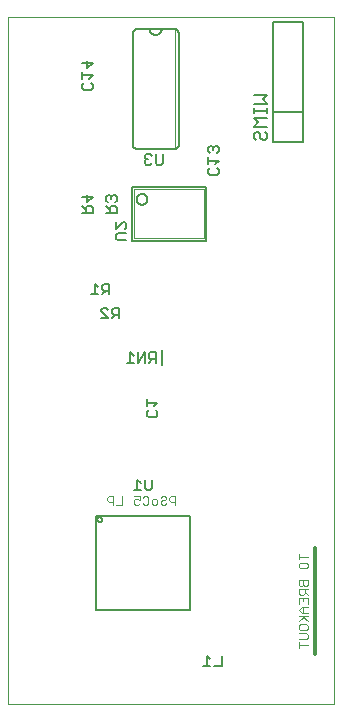
<source format=gbo>
G75*
%MOIN*%
%OFA0B0*%
%FSLAX25Y25*%
%IPPOS*%
%LPD*%
%AMOC8*
5,1,8,0,0,1.08239X$1,22.5*
%
%ADD10C,0.00000*%
%ADD11C,0.00500*%
%ADD12C,0.00400*%
%ADD13C,0.01200*%
%ADD14C,0.00300*%
%ADD15C,0.00600*%
%ADD16C,0.00200*%
%ADD17R,0.00394X0.05512*%
%ADD18R,0.00787X0.05512*%
%ADD19R,0.00787X0.00394*%
D10*
X0002450Y0037800D02*
X0002450Y0266800D01*
X0111050Y0266800D01*
X0111050Y0037800D01*
X0002450Y0037800D01*
D11*
X0031702Y0069052D02*
X0063198Y0069052D01*
X0063198Y0100548D01*
X0031702Y0100548D01*
X0031702Y0069052D01*
X0032150Y0099300D02*
X0032152Y0099356D01*
X0032158Y0099413D01*
X0032168Y0099468D01*
X0032182Y0099523D01*
X0032199Y0099577D01*
X0032221Y0099629D01*
X0032246Y0099679D01*
X0032274Y0099728D01*
X0032306Y0099775D01*
X0032341Y0099819D01*
X0032379Y0099861D01*
X0032420Y0099900D01*
X0032464Y0099935D01*
X0032510Y0099968D01*
X0032558Y0099997D01*
X0032608Y0100023D01*
X0032660Y0100046D01*
X0032714Y0100064D01*
X0032768Y0100079D01*
X0032823Y0100090D01*
X0032879Y0100097D01*
X0032936Y0100100D01*
X0032992Y0100099D01*
X0033049Y0100094D01*
X0033104Y0100085D01*
X0033159Y0100072D01*
X0033213Y0100055D01*
X0033266Y0100035D01*
X0033317Y0100011D01*
X0033366Y0099983D01*
X0033413Y0099952D01*
X0033458Y0099918D01*
X0033501Y0099880D01*
X0033540Y0099840D01*
X0033577Y0099797D01*
X0033610Y0099752D01*
X0033640Y0099704D01*
X0033667Y0099654D01*
X0033690Y0099603D01*
X0033710Y0099550D01*
X0033726Y0099496D01*
X0033738Y0099440D01*
X0033746Y0099385D01*
X0033750Y0099328D01*
X0033750Y0099272D01*
X0033746Y0099215D01*
X0033738Y0099160D01*
X0033726Y0099104D01*
X0033710Y0099050D01*
X0033690Y0098997D01*
X0033667Y0098946D01*
X0033640Y0098896D01*
X0033610Y0098848D01*
X0033577Y0098803D01*
X0033540Y0098760D01*
X0033501Y0098720D01*
X0033458Y0098682D01*
X0033413Y0098648D01*
X0033366Y0098617D01*
X0033317Y0098589D01*
X0033266Y0098565D01*
X0033213Y0098545D01*
X0033159Y0098528D01*
X0033104Y0098515D01*
X0033049Y0098506D01*
X0032992Y0098501D01*
X0032936Y0098500D01*
X0032879Y0098503D01*
X0032823Y0098510D01*
X0032768Y0098521D01*
X0032714Y0098536D01*
X0032660Y0098554D01*
X0032608Y0098577D01*
X0032558Y0098603D01*
X0032510Y0098632D01*
X0032464Y0098665D01*
X0032420Y0098700D01*
X0032379Y0098739D01*
X0032341Y0098781D01*
X0032306Y0098825D01*
X0032274Y0098872D01*
X0032246Y0098921D01*
X0032221Y0098971D01*
X0032199Y0099023D01*
X0032182Y0099077D01*
X0032168Y0099132D01*
X0032158Y0099187D01*
X0032152Y0099244D01*
X0032150Y0099300D01*
X0044382Y0109050D02*
X0046717Y0109050D01*
X0045549Y0109050D02*
X0045549Y0112553D01*
X0046717Y0111385D01*
X0048065Y0112553D02*
X0048065Y0109634D01*
X0048649Y0109050D01*
X0049816Y0109050D01*
X0050400Y0109634D01*
X0050400Y0112553D01*
X0049284Y0133284D02*
X0048700Y0133868D01*
X0048700Y0135035D01*
X0049284Y0135619D01*
X0048700Y0136967D02*
X0048700Y0139302D01*
X0048700Y0138135D02*
X0052203Y0138135D01*
X0051035Y0136967D01*
X0051619Y0135619D02*
X0052203Y0135035D01*
X0052203Y0133868D01*
X0051619Y0133284D01*
X0049284Y0133284D01*
X0049314Y0151450D02*
X0050482Y0152618D01*
X0049898Y0152618D02*
X0049314Y0153201D01*
X0049314Y0154369D01*
X0049898Y0154953D01*
X0051649Y0154953D01*
X0051649Y0151450D01*
X0051649Y0152618D02*
X0049898Y0152618D01*
X0047966Y0151450D02*
X0047966Y0154953D01*
X0045631Y0151450D01*
X0045631Y0154953D01*
X0044283Y0153785D02*
X0043115Y0154953D01*
X0043115Y0151450D01*
X0041948Y0151450D02*
X0044283Y0151450D01*
X0039400Y0166250D02*
X0039400Y0169753D01*
X0037649Y0169753D01*
X0037065Y0169169D01*
X0037065Y0168001D01*
X0037649Y0167418D01*
X0039400Y0167418D01*
X0038232Y0167418D02*
X0037065Y0166250D01*
X0035717Y0166250D02*
X0033382Y0168585D01*
X0033382Y0169169D01*
X0033965Y0169753D01*
X0035133Y0169753D01*
X0035717Y0169169D01*
X0035717Y0166250D02*
X0033382Y0166250D01*
X0033865Y0174250D02*
X0035032Y0175418D01*
X0034449Y0175418D02*
X0036200Y0175418D01*
X0036200Y0174250D02*
X0036200Y0177753D01*
X0034449Y0177753D01*
X0033865Y0177169D01*
X0033865Y0176001D01*
X0034449Y0175418D01*
X0032517Y0176585D02*
X0031349Y0177753D01*
X0031349Y0174250D01*
X0030182Y0174250D02*
X0032517Y0174250D01*
X0038925Y0192284D02*
X0038341Y0192868D01*
X0038341Y0194035D01*
X0038925Y0194619D01*
X0041844Y0194619D01*
X0041260Y0195967D02*
X0041844Y0196551D01*
X0041844Y0197718D01*
X0041260Y0198302D01*
X0040676Y0198302D01*
X0038341Y0195967D01*
X0038341Y0198302D01*
X0038603Y0201284D02*
X0038603Y0203035D01*
X0038019Y0203619D01*
X0036851Y0203619D01*
X0036268Y0203035D01*
X0036268Y0201284D01*
X0036268Y0202451D02*
X0035100Y0203619D01*
X0035684Y0204967D02*
X0035100Y0205551D01*
X0035100Y0206718D01*
X0035684Y0207302D01*
X0036268Y0207302D01*
X0036851Y0206718D01*
X0036851Y0206135D01*
X0036851Y0206718D02*
X0037435Y0207302D01*
X0038019Y0207302D01*
X0038603Y0206718D01*
X0038603Y0205551D01*
X0038019Y0204967D01*
X0038603Y0201284D02*
X0035100Y0201284D01*
X0030603Y0201284D02*
X0030603Y0203035D01*
X0030019Y0203619D01*
X0028851Y0203619D01*
X0028268Y0203035D01*
X0028268Y0201284D01*
X0028268Y0202451D02*
X0027100Y0203619D01*
X0028851Y0204967D02*
X0028851Y0207302D01*
X0027100Y0206718D02*
X0030603Y0206718D01*
X0028851Y0204967D01*
X0027100Y0201284D02*
X0030603Y0201284D01*
X0038925Y0192284D02*
X0041844Y0192284D01*
X0048532Y0217550D02*
X0047948Y0218134D01*
X0047948Y0218718D01*
X0048532Y0219301D01*
X0049115Y0219301D01*
X0048532Y0219301D02*
X0047948Y0219885D01*
X0047948Y0220469D01*
X0048532Y0221053D01*
X0049699Y0221053D01*
X0050283Y0220469D01*
X0050283Y0218134D02*
X0049699Y0217550D01*
X0048532Y0217550D01*
X0051631Y0218134D02*
X0051631Y0221053D01*
X0051631Y0218134D02*
X0052215Y0217550D01*
X0053382Y0217550D01*
X0053966Y0218134D01*
X0053966Y0221053D01*
X0069100Y0221951D02*
X0069684Y0221367D01*
X0069100Y0221951D02*
X0069100Y0223118D01*
X0069684Y0223702D01*
X0070268Y0223702D01*
X0070851Y0223118D01*
X0070851Y0222535D01*
X0070851Y0223118D02*
X0071435Y0223702D01*
X0072019Y0223702D01*
X0072603Y0223118D01*
X0072603Y0221951D01*
X0072019Y0221367D01*
X0072603Y0218851D02*
X0071435Y0217684D01*
X0072019Y0216336D02*
X0072603Y0215752D01*
X0072603Y0214584D01*
X0072019Y0214001D01*
X0069684Y0214001D01*
X0069100Y0214584D01*
X0069100Y0215752D01*
X0069684Y0216336D01*
X0069100Y0217684D02*
X0069100Y0220019D01*
X0069100Y0218851D02*
X0072603Y0218851D01*
X0030603Y0242984D02*
X0030019Y0242401D01*
X0027684Y0242401D01*
X0027100Y0242984D01*
X0027100Y0244152D01*
X0027684Y0244736D01*
X0027100Y0246084D02*
X0027100Y0248419D01*
X0027100Y0247251D02*
X0030603Y0247251D01*
X0029435Y0246084D01*
X0030019Y0244736D02*
X0030603Y0244152D01*
X0030603Y0242984D01*
X0028851Y0249767D02*
X0028851Y0252102D01*
X0027100Y0251518D02*
X0030603Y0251518D01*
X0028851Y0249767D01*
X0068715Y0053753D02*
X0068715Y0050250D01*
X0067548Y0050250D02*
X0069883Y0050250D01*
X0071231Y0050250D02*
X0073566Y0050250D01*
X0073566Y0053753D01*
X0069883Y0052585D02*
X0068715Y0053753D01*
D12*
X0058050Y0104200D02*
X0058050Y0107002D01*
X0056649Y0107002D01*
X0056182Y0106535D01*
X0056182Y0105601D01*
X0056649Y0105134D01*
X0058050Y0105134D01*
X0055103Y0104667D02*
X0054636Y0104200D01*
X0053702Y0104200D01*
X0053235Y0104667D01*
X0053235Y0105134D01*
X0053702Y0105601D01*
X0054636Y0105601D01*
X0055103Y0106068D01*
X0055103Y0106535D01*
X0054636Y0107002D01*
X0053702Y0107002D01*
X0053235Y0106535D01*
X0052157Y0105601D02*
X0052157Y0104667D01*
X0051690Y0104200D01*
X0050756Y0104200D01*
X0050289Y0104667D01*
X0050289Y0105601D01*
X0050756Y0106068D01*
X0051690Y0106068D01*
X0052157Y0105601D01*
X0049210Y0104667D02*
X0048743Y0104200D01*
X0047809Y0104200D01*
X0047342Y0104667D01*
X0046264Y0104667D02*
X0045797Y0104200D01*
X0044863Y0104200D01*
X0044396Y0104667D01*
X0044396Y0105601D01*
X0044863Y0106068D01*
X0045330Y0106068D01*
X0046264Y0105601D01*
X0046264Y0107002D01*
X0044396Y0107002D01*
X0047342Y0106535D02*
X0047809Y0107002D01*
X0048743Y0107002D01*
X0049210Y0106535D01*
X0049210Y0104667D01*
X0040371Y0104200D02*
X0038503Y0104200D01*
X0037424Y0104200D02*
X0037424Y0107002D01*
X0036023Y0107002D01*
X0035556Y0106535D01*
X0035556Y0105601D01*
X0036023Y0105134D01*
X0037424Y0105134D01*
X0040371Y0104200D02*
X0040371Y0107002D01*
D13*
X0104850Y0089600D02*
X0104850Y0054400D01*
D14*
X0102300Y0057417D02*
X0099398Y0057417D01*
X0099398Y0056450D02*
X0099398Y0058385D01*
X0099398Y0059396D02*
X0101816Y0059396D01*
X0102300Y0059880D01*
X0102300Y0060848D01*
X0101816Y0061331D01*
X0099398Y0061331D01*
X0099881Y0062343D02*
X0099398Y0062827D01*
X0099398Y0063794D01*
X0099881Y0064278D01*
X0101816Y0064278D01*
X0102300Y0063794D01*
X0102300Y0062827D01*
X0101816Y0062343D01*
X0099881Y0062343D01*
X0099398Y0065289D02*
X0101333Y0067224D01*
X0100849Y0066741D02*
X0102300Y0065289D01*
X0102300Y0067224D02*
X0099398Y0067224D01*
X0100365Y0068236D02*
X0099398Y0069203D01*
X0100365Y0070171D01*
X0102300Y0070171D01*
X0102300Y0071182D02*
X0102300Y0073117D01*
X0099398Y0073117D01*
X0099398Y0071182D01*
X0099881Y0074129D02*
X0099398Y0074613D01*
X0099398Y0076064D01*
X0102300Y0076064D01*
X0101333Y0076064D02*
X0101333Y0074613D01*
X0100849Y0074129D01*
X0099881Y0074129D01*
X0100849Y0073117D02*
X0100849Y0072150D01*
X0100849Y0070171D02*
X0100849Y0068236D01*
X0100365Y0068236D02*
X0102300Y0068236D01*
X0102300Y0074129D02*
X0101333Y0075096D01*
X0101333Y0077075D02*
X0101816Y0077075D01*
X0102300Y0077559D01*
X0102300Y0079010D01*
X0099398Y0079010D01*
X0099398Y0077559D01*
X0099881Y0077075D01*
X0100365Y0077075D01*
X0100849Y0077559D01*
X0100849Y0079010D01*
X0100849Y0077559D02*
X0101333Y0077075D01*
X0101816Y0082969D02*
X0099881Y0082969D01*
X0099398Y0083452D01*
X0099398Y0084420D01*
X0099881Y0084903D01*
X0101816Y0084903D01*
X0102300Y0084420D01*
X0102300Y0083452D01*
X0101816Y0082969D01*
X0099398Y0085915D02*
X0099398Y0087850D01*
X0099398Y0086883D02*
X0102300Y0086883D01*
D15*
X0068509Y0192213D02*
X0043591Y0192213D01*
X0043591Y0210187D01*
X0068509Y0210187D01*
X0068509Y0192213D01*
X0057850Y0222800D02*
X0045450Y0222800D01*
X0045374Y0222802D01*
X0045298Y0222808D01*
X0045223Y0222817D01*
X0045148Y0222831D01*
X0045074Y0222848D01*
X0045001Y0222869D01*
X0044929Y0222893D01*
X0044858Y0222922D01*
X0044789Y0222953D01*
X0044722Y0222988D01*
X0044657Y0223027D01*
X0044593Y0223069D01*
X0044532Y0223114D01*
X0044473Y0223162D01*
X0044417Y0223213D01*
X0044363Y0223267D01*
X0044312Y0223323D01*
X0044264Y0223382D01*
X0044219Y0223443D01*
X0044177Y0223507D01*
X0044138Y0223572D01*
X0044103Y0223639D01*
X0044072Y0223708D01*
X0044043Y0223779D01*
X0044019Y0223851D01*
X0043998Y0223924D01*
X0043981Y0223998D01*
X0043967Y0224073D01*
X0043958Y0224148D01*
X0043952Y0224224D01*
X0043950Y0224300D01*
X0043950Y0261300D01*
X0043952Y0261376D01*
X0043958Y0261452D01*
X0043967Y0261527D01*
X0043981Y0261602D01*
X0043998Y0261676D01*
X0044019Y0261749D01*
X0044043Y0261821D01*
X0044072Y0261892D01*
X0044103Y0261961D01*
X0044138Y0262028D01*
X0044177Y0262093D01*
X0044219Y0262157D01*
X0044264Y0262218D01*
X0044312Y0262277D01*
X0044363Y0262333D01*
X0044417Y0262387D01*
X0044473Y0262438D01*
X0044532Y0262486D01*
X0044593Y0262531D01*
X0044657Y0262573D01*
X0044722Y0262612D01*
X0044789Y0262647D01*
X0044858Y0262678D01*
X0044929Y0262707D01*
X0045001Y0262731D01*
X0045074Y0262752D01*
X0045148Y0262769D01*
X0045223Y0262783D01*
X0045298Y0262792D01*
X0045374Y0262798D01*
X0045450Y0262800D01*
X0049650Y0262800D01*
X0053650Y0262800D01*
X0057850Y0262800D01*
X0057926Y0262798D01*
X0058002Y0262792D01*
X0058077Y0262783D01*
X0058152Y0262769D01*
X0058226Y0262752D01*
X0058299Y0262731D01*
X0058371Y0262707D01*
X0058442Y0262678D01*
X0058511Y0262647D01*
X0058578Y0262612D01*
X0058643Y0262573D01*
X0058707Y0262531D01*
X0058768Y0262486D01*
X0058827Y0262438D01*
X0058883Y0262387D01*
X0058937Y0262333D01*
X0058988Y0262277D01*
X0059036Y0262218D01*
X0059081Y0262157D01*
X0059123Y0262093D01*
X0059162Y0262028D01*
X0059197Y0261961D01*
X0059228Y0261892D01*
X0059257Y0261821D01*
X0059281Y0261749D01*
X0059302Y0261676D01*
X0059319Y0261602D01*
X0059333Y0261527D01*
X0059342Y0261452D01*
X0059348Y0261376D01*
X0059350Y0261300D01*
X0059350Y0224300D01*
X0059348Y0224224D01*
X0059342Y0224148D01*
X0059333Y0224073D01*
X0059319Y0223998D01*
X0059302Y0223924D01*
X0059281Y0223851D01*
X0059257Y0223779D01*
X0059228Y0223708D01*
X0059197Y0223639D01*
X0059162Y0223572D01*
X0059123Y0223507D01*
X0059081Y0223443D01*
X0059036Y0223382D01*
X0058988Y0223323D01*
X0058937Y0223267D01*
X0058883Y0223213D01*
X0058827Y0223162D01*
X0058768Y0223114D01*
X0058707Y0223069D01*
X0058643Y0223027D01*
X0058578Y0222988D01*
X0058511Y0222953D01*
X0058442Y0222922D01*
X0058371Y0222893D01*
X0058299Y0222869D01*
X0058226Y0222848D01*
X0058152Y0222831D01*
X0058077Y0222817D01*
X0058002Y0222808D01*
X0057926Y0222802D01*
X0057850Y0222800D01*
X0045291Y0206000D02*
X0045293Y0206084D01*
X0045299Y0206169D01*
X0045309Y0206252D01*
X0045323Y0206336D01*
X0045340Y0206418D01*
X0045362Y0206500D01*
X0045387Y0206580D01*
X0045416Y0206659D01*
X0045449Y0206737D01*
X0045485Y0206813D01*
X0045525Y0206888D01*
X0045569Y0206960D01*
X0045615Y0207031D01*
X0045665Y0207099D01*
X0045718Y0207164D01*
X0045774Y0207227D01*
X0045833Y0207288D01*
X0045895Y0207345D01*
X0045959Y0207400D01*
X0046026Y0207451D01*
X0046095Y0207500D01*
X0046167Y0207545D01*
X0046240Y0207586D01*
X0046315Y0207624D01*
X0046392Y0207659D01*
X0046471Y0207690D01*
X0046551Y0207717D01*
X0046632Y0207740D01*
X0046714Y0207760D01*
X0046797Y0207776D01*
X0046880Y0207788D01*
X0046965Y0207796D01*
X0047049Y0207800D01*
X0047133Y0207800D01*
X0047217Y0207796D01*
X0047302Y0207788D01*
X0047385Y0207776D01*
X0047468Y0207760D01*
X0047550Y0207740D01*
X0047631Y0207717D01*
X0047711Y0207690D01*
X0047790Y0207659D01*
X0047867Y0207624D01*
X0047942Y0207586D01*
X0048015Y0207545D01*
X0048087Y0207500D01*
X0048156Y0207451D01*
X0048223Y0207400D01*
X0048287Y0207345D01*
X0048349Y0207288D01*
X0048408Y0207227D01*
X0048464Y0207164D01*
X0048517Y0207099D01*
X0048567Y0207031D01*
X0048613Y0206960D01*
X0048657Y0206888D01*
X0048697Y0206813D01*
X0048733Y0206737D01*
X0048766Y0206659D01*
X0048795Y0206580D01*
X0048820Y0206500D01*
X0048842Y0206418D01*
X0048859Y0206336D01*
X0048873Y0206252D01*
X0048883Y0206169D01*
X0048889Y0206084D01*
X0048891Y0206000D01*
X0048889Y0205916D01*
X0048883Y0205831D01*
X0048873Y0205748D01*
X0048859Y0205664D01*
X0048842Y0205582D01*
X0048820Y0205500D01*
X0048795Y0205420D01*
X0048766Y0205341D01*
X0048733Y0205263D01*
X0048697Y0205187D01*
X0048657Y0205112D01*
X0048613Y0205040D01*
X0048567Y0204969D01*
X0048517Y0204901D01*
X0048464Y0204836D01*
X0048408Y0204773D01*
X0048349Y0204712D01*
X0048287Y0204655D01*
X0048223Y0204600D01*
X0048156Y0204549D01*
X0048087Y0204500D01*
X0048015Y0204455D01*
X0047942Y0204414D01*
X0047867Y0204376D01*
X0047790Y0204341D01*
X0047711Y0204310D01*
X0047631Y0204283D01*
X0047550Y0204260D01*
X0047468Y0204240D01*
X0047385Y0204224D01*
X0047302Y0204212D01*
X0047217Y0204204D01*
X0047133Y0204200D01*
X0047049Y0204200D01*
X0046965Y0204204D01*
X0046880Y0204212D01*
X0046797Y0204224D01*
X0046714Y0204240D01*
X0046632Y0204260D01*
X0046551Y0204283D01*
X0046471Y0204310D01*
X0046392Y0204341D01*
X0046315Y0204376D01*
X0046240Y0204414D01*
X0046167Y0204455D01*
X0046095Y0204500D01*
X0046026Y0204549D01*
X0045959Y0204600D01*
X0045895Y0204655D01*
X0045833Y0204712D01*
X0045774Y0204773D01*
X0045718Y0204836D01*
X0045665Y0204901D01*
X0045615Y0204969D01*
X0045569Y0205040D01*
X0045525Y0205112D01*
X0045485Y0205187D01*
X0045449Y0205263D01*
X0045416Y0205341D01*
X0045387Y0205420D01*
X0045362Y0205500D01*
X0045340Y0205582D01*
X0045323Y0205664D01*
X0045309Y0205748D01*
X0045299Y0205831D01*
X0045293Y0205916D01*
X0045291Y0206000D01*
X0049650Y0262800D02*
X0049652Y0262712D01*
X0049658Y0262623D01*
X0049668Y0262535D01*
X0049681Y0262448D01*
X0049699Y0262361D01*
X0049720Y0262275D01*
X0049745Y0262190D01*
X0049774Y0262107D01*
X0049807Y0262024D01*
X0049843Y0261944D01*
X0049882Y0261865D01*
X0049925Y0261787D01*
X0049972Y0261712D01*
X0050022Y0261639D01*
X0050075Y0261568D01*
X0050131Y0261499D01*
X0050190Y0261433D01*
X0050252Y0261370D01*
X0050316Y0261310D01*
X0050383Y0261252D01*
X0050453Y0261198D01*
X0050525Y0261146D01*
X0050599Y0261098D01*
X0050676Y0261053D01*
X0050754Y0261012D01*
X0050834Y0260974D01*
X0050915Y0260940D01*
X0050998Y0260909D01*
X0051083Y0260882D01*
X0051168Y0260859D01*
X0051254Y0260840D01*
X0051342Y0260824D01*
X0051429Y0260812D01*
X0051517Y0260804D01*
X0051606Y0260800D01*
X0051694Y0260800D01*
X0051783Y0260804D01*
X0051871Y0260812D01*
X0051958Y0260824D01*
X0052046Y0260840D01*
X0052132Y0260859D01*
X0052217Y0260882D01*
X0052302Y0260909D01*
X0052385Y0260940D01*
X0052466Y0260974D01*
X0052546Y0261012D01*
X0052624Y0261053D01*
X0052701Y0261098D01*
X0052775Y0261146D01*
X0052847Y0261198D01*
X0052917Y0261252D01*
X0052984Y0261310D01*
X0053048Y0261370D01*
X0053110Y0261433D01*
X0053169Y0261499D01*
X0053225Y0261568D01*
X0053278Y0261639D01*
X0053328Y0261712D01*
X0053375Y0261787D01*
X0053418Y0261865D01*
X0053457Y0261944D01*
X0053493Y0262024D01*
X0053526Y0262107D01*
X0053555Y0262190D01*
X0053580Y0262275D01*
X0053601Y0262361D01*
X0053619Y0262448D01*
X0053632Y0262535D01*
X0053642Y0262623D01*
X0053648Y0262712D01*
X0053650Y0262800D01*
X0084350Y0240813D02*
X0088754Y0240813D01*
X0087286Y0239345D01*
X0088754Y0237877D01*
X0084350Y0237877D01*
X0084350Y0236276D02*
X0084350Y0234808D01*
X0084350Y0235542D02*
X0088754Y0235542D01*
X0088754Y0234808D02*
X0088754Y0236276D01*
X0090650Y0235200D02*
X0090650Y0225200D01*
X0100650Y0225200D01*
X0100650Y0235200D01*
X0100650Y0245200D01*
X0100650Y0255200D01*
X0100650Y0265200D01*
X0090650Y0265200D01*
X0090650Y0255200D01*
X0090650Y0245200D01*
X0090650Y0235200D01*
X0100650Y0235200D01*
X0088754Y0233140D02*
X0084350Y0233140D01*
X0085818Y0231672D01*
X0084350Y0230204D01*
X0088754Y0230204D01*
X0088020Y0228536D02*
X0088754Y0227802D01*
X0088754Y0226334D01*
X0088020Y0225600D01*
X0087286Y0225600D01*
X0086552Y0226334D01*
X0086552Y0227802D01*
X0085818Y0228536D01*
X0085084Y0228536D01*
X0084350Y0227802D01*
X0084350Y0226334D01*
X0085084Y0225600D01*
D16*
X0067609Y0209287D02*
X0067609Y0193113D01*
X0044491Y0193113D01*
X0044491Y0209287D01*
X0067609Y0209287D01*
X0057950Y0222800D02*
X0057950Y0262800D01*
D17*
X0068933Y0153200D03*
D18*
X0053776Y0153200D03*
D19*
X0054170Y0150641D03*
X0054170Y0155759D03*
M02*

</source>
